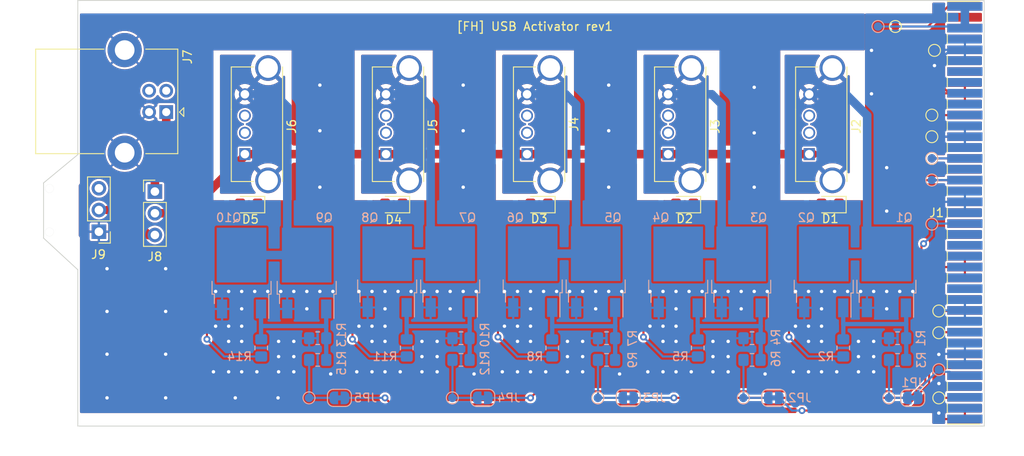
<source format=kicad_pcb>
(kicad_pcb (version 20211014) (generator pcbnew)
  (title_block (comment 4 "AISLER Project ID: PJAIBUZY"))
  (layers (0 "F.Cu" signal) (31 "B.Cu" signal) (34 "B.Paste" user) (35 "F.Paste" user) (36 "B.SilkS" user "B.Silkscreen") (37 "F.SilkS" user "F.Silkscreen") (38 "B.Mask" user) (39 "F.Mask" user) (44 "Edge.Cuts" user))
  (net 0 "")
  (net 1 "GND")
  (net 2 "Net-(D1-Pad2)")
  (net 3 "Net-(D2-Pad2)")
  (net 4 "Net-(D3-Pad2)")
  (net 5 "Net-(D5-Pad2)")
  (net 6 "/3v3")
  (net 7 "/5v")
  (net 13 "/GPIO17")
  (net 15 "/GPIO27")
  (net 16 "/GPIO22")
  (net 17 "/GPIO23")
  (net 18 "/GPIO24")
  (net 21 "/GPIO25")
  (net 27 "/GPIO5")
  (net 28 "/GPIO6")
  (net 32 "/GPIO16")
  (net 33 "/GPIO26")
  (net 36 "Net-(J2-Pad1)")
  (net 39 "Net-(J2-Pad4)")
  (net 42 "Net-(J3-Pad4)")
  (net 45 "Net-(J4-Pad4)")
  (net 48 "Net-(J5-Pad4)")
  (net 51 "Net-(J6-Pad4)")
  (net 52 "Net-(Q1-Pad1)")
  (net 53 "Net-(Q3-Pad1)")
  (net 54 "Net-(Q5-Pad1)")
  (net 55 "Net-(Q10-Pad1)")
  (net 56 "Net-(D4-Pad2)")
  (net 57 "Net-(JP1-Pad2)")
  (net 58 "Net-(JP2-Pad2)")
  (net 59 "Net-(JP3-Pad2)")
  (net 60 "Net-(JP4-Pad2)")
  (net 61 "Net-(JP5-Pad2)")
  (net 62 "Net-(Q7-Pad1)")
  (net 66 "Net-(J8-Pad1)")
  (net 67 "Net-(J9-Pad2)")
  (footprint "TestPoint:TestPoint_Pad_D1.0mm" (layer "F.Cu") (at 178.562 146.304)
    (fp_text reference "TP7" hide)
    (fp_text value "TestPoint")
  )
  (footprint "LED_SMD:LED_0805_2012Metric_Pad1.15x1.40mm_HandSolder" (layer "F.Cu") (at 131.826 123.698 180)
    (fp_text reference "D3")
    (fp_text value "LED")
  )
  (footprint "LED_SMD:LED_0805_2012Metric_Pad1.15x1.40mm_HandSolder" (layer "F.Cu") (at 148.844 123.698 180)
    (fp_text reference "D2")
    (fp_text value "LED")
  )
  (footprint "Library:USB_B_Lumberg_2411_02_Horizontal" (layer "F.Cu") (at 88.204052 112.881063 180)
    (fp_text reference "J7")
    (fp_text value "USB_B")
  )
  (footprint "Library:USB_A_Generic_Vertical" (layer "F.Cu") (at 146.974 114.535 90)
    (fp_text reference "J3")
    (fp_text value "USB_A")
  )
  (footprint "Library:USB_A_Generic_Vertical" (layer "F.Cu") (at 130.474 114.535 90)
    (fp_text reference "J4")
    (fp_text value "USB_A")
  )
  (footprint "TestPoint:TestPoint_Pad_D1.0mm" (layer "F.Cu") (at 177.745645 113.235789)
    (fp_text reference "TP2" hide)
    (fp_text value "TestPoint")
  )
  (footprint "LED_SMD:LED_0805_2012Metric_Pad1.15x1.40mm_HandSolder" (layer "F.Cu") (at 114.817 123.698 180)
    (fp_text reference "D4")
    (fp_text value "LED")
  )
  (footprint "LED_SMD:LED_0805_2012Metric_Pad1.15x1.40mm_HandSolder" (layer "F.Cu") (at 97.868433 123.698 180)
    (fp_text reference "D5")
    (fp_text value "LED")
  )
  (footprint "Library:Header_Board_Edge_2x20" (layer "F.Cu") (at 181.61 124.649641)
    (fp_text reference "J1")
    (fp_text value "Rasberry 4 pinout")
  )
  (footprint "LED_SMD:LED_0805_2012Metric_Pad1.15x1.40mm_HandSolder" (layer "F.Cu") (at 165.862 123.698 180)
    (fp_text reference "D1")
    (fp_text value "LED")
  )
  (footprint "Library:USB_A_Generic_Vertical" (layer "F.Cu") (at 163.474 114.535 90)
    (fp_text reference "J2")
    (fp_text value "USB_A")
  )
  (footprint "Connector_PinHeader_2.54mm:PinHeader_1x03_P2.54mm_Vertical" (layer "F.Cu") (at 80.3308 126.873 180)
    (fp_text reference "J9")
    (fp_text value "Barrel_Jack")
  )
  (footprint "TestPoint:TestPoint_Pad_D1.0mm" (layer "F.Cu") (at 177.745645 115.758671)
    (fp_text reference "TP3" hide)
    (fp_text value "TestPoint")
  )
  (footprint "TestPoint:TestPoint_Pad_D1.0mm" (layer "F.Cu") (at 178.054 105.664)
    (fp_text reference "TP12" hide)
    (fp_text value "TestPoint")
  )
  (footprint "Library:USB_A_Generic_Vertical" (layer "F.Cu") (at 113.974 114.535 90)
    (fp_text reference "J5")
    (fp_text value "USB_A")
  )
  (footprint "Library:USB_A_Generic_Vertical" (layer "F.Cu") (at 97.474 114.535 90)
    (fp_text reference "J6")
    (fp_text value "USB_A")
  )
  (footprint "TestPoint:TestPoint_Pad_D1.0mm" (layer "F.Cu") (at 173.482 102.87)
    (fp_text reference "TP1" hide)
    (fp_text value "TestPoint")
  )
  (footprint "Connector_PinHeader_2.54mm:PinHeader_1x03_P2.54mm_Vertical" (layer "F.Cu") (at 86.879 122.174)
    (fp_text reference "J8")
    (fp_text value "Conn_02x03_Counter_Clockwise")
  )
  (footprint "TestPoint:TestPoint_Pad_D1.0mm" (layer "F.Cu") (at 177.745645 118.306409)
    (fp_text reference "TP4" hide)
    (fp_text value "TestPoint")
  )
  (footprint "TestPoint:TestPoint_Pad_D1.0mm" (layer "F.Cu") (at 178.562 136.144)
    (fp_text reference "TP5" hide)
    (fp_text value "TestPoint")
  )
  (footprint "TestPoint:TestPoint_Pad_D1.0mm" (layer "F.Cu") (at 178.562 138.684)
    (fp_text reference "TP6" hide)
    (fp_text value "TestPoint")
  )
  (footprint "Resistor_SMD:R_0805_2012Metric_Pad1.20x1.40mm_HandSolder" (layer "B.Cu") (at 133.35 140.462 90)
    (fp_text reference "R8")
    (fp_text value "2k")
  )
  (footprint "Resistor_SMD:R_0805_2012Metric_Pad1.20x1.40mm_HandSolder" (layer "B.Cu") (at 105.918 141.865848)
    (fp_text reference "R15")
    (fp_text value "56.1")
  )
  (footprint "Resistor_SMD:R_0805_2012Metric_Pad1.20x1.40mm_HandSolder" (layer "B.Cu") (at 99.314 140.462 90)
    (fp_text reference "R14")
    (fp_text value "2k")
  )
  (footprint "Package_TO_SOT_SMD:TO-252-2" (layer "B.Cu") (at 131.065 131.537 90)
    (fp_text reference "Q6")
    (fp_text value "IPD50R3K0CE")
  )
  (footprint "Package_TO_SOT_SMD:TO-252-2" (layer "B.Cu") (at 114.045 131.537 90)
    (fp_text reference "Q8")
    (fp_text value "IPD50R3K0CE")
  )
  (footprint "Resistor_SMD:R_0805_2012Metric_Pad1.20x1.40mm_HandSolder" (layer "B.Cu") (at 167.386 140.462 90)
    (fp_text reference "R2")
    (fp_text value "2k")
  )
  (footprint "Package_TO_SOT_SMD:TO-252-2" (layer "B.Cu") (at 104.633492 131.705848 90)
    (fp_text reference "Q9")
    (fp_text value "IPD50R3K0CE")
  )
  (footprint "Resistor_SMD:R_0805_2012Metric_Pad1.20x1.40mm_HandSolder" (layer "B.Cu") (at 116.332 140.462 90)
    (fp_text reference "R11")
    (fp_text value "2k")
  )
  (footprint "TestPoint:TestPoint_Pad_D1.0mm" (layer "B.Cu") (at 138.684 146.304 180)
    (fp_text reference "TP16" hide)
    (fp_text value "TestPoint")
  )
  (footprint "Package_TO_SOT_SMD:TO-252-2" (layer "B.Cu") (at 172.431855 131.572 90)
    (fp_text reference "Q1")
    (fp_text value "IPD50R3K0CE")
  )
  (footprint "Jumper:SolderJumper-2_P1.3mm_Bridged_RoundedPad1.0x1.5mm" (layer "B.Cu") (at 108.458 146.304 180)
    (fp_text reference "JP5")
    (fp_text value "SolderJumper_2_Bridged")
  )
  (footprint "Jumper:SolderJumper-2_P1.3mm_Bridged_RoundedPad1.0x1.5mm" (layer "B.Cu") (at 142.24 146.304 180)
    (fp_text reference "JP3")
    (fp_text value "SolderJumper_2_Bridged")
  )
  (footprint "TestPoint:TestPoint_Pad_D1.0mm" (layer "B.Cu") (at 155.702 146.304 180)
    (fp_text reference "TP15" hide)
    (fp_text value "TestPoint")
  )
  (footprint "TestPoint:TestPoint_Pad_D1.0mm" (layer "B.Cu") (at 121.666 146.304 180)
    (fp_text reference "TP17" hide)
    (fp_text value "TestPoint")
  )
  (footprint "TestPoint:TestPoint_Pad_D1.0mm" (layer "B.Cu") (at 178.562 143.002 180)
    (fp_text reference "TP13" hide)
    (fp_text value "TestPoint")
  )
  (footprint "TestPoint:TestPoint_Pad_D1.0mm" (layer "B.Cu") (at 171.45 102.87 180)
    (fp_text reference "TP8" hide)
    (fp_text value "TestPoint")
  )
  (footprint "Package_TO_SOT_SMD:TO-252-2" (layer "B.Cu") (at 148.082 131.572 90)
    (fp_text reference "Q4")
    (fp_text value "IPD50R3K0CE")
  )
  (footprint "Package_TO_SOT_SMD:TO-252-2" (layer "B.Cu") (at 165.101 131.572 90)
    (fp_text reference "Q2")
    (fp_text value "IPD50R3K0CE")
  )
  (footprint "Resistor_SMD:R_0805_2012Metric_Pad1.20x1.40mm_HandSolder" (layer "B.Cu") (at 122.682 141.865848)
    (fp_text reference "R12")
    (fp_text value "56.1")
  )
  (footprint "Resistor_SMD:R_0805_2012Metric_Pad1.20x1.40mm_HandSolder" (layer "B.Cu") (at 122.682 139.325848)
    (fp_text reference "R10")
    (fp_text value "100k")
  )
  (footprint "Package_TO_SOT_SMD:TO-252-2" (layer "B.Cu") (at 155.448 131.572 90)
    (fp_text reference "Q3")
    (fp_text value "IPD50R3K0CE")
  )
  (footprint "Resistor_SMD:R_0805_2012Metric_Pad1.20x1.40mm_HandSolder" (layer "B.Cu") (at 139.7 141.865848)
    (fp_text reference "R9")
    (fp_text value "56.1")
  )
  (footprint "Jumper:SolderJumper-2_P1.3mm_Bridged_RoundedPad1.0x1.5mm" (layer "B.Cu") (at 125.222 146.304 180)
    (fp_text reference "JP4")
    (fp_text value "SolderJumper_2_Bridged")
  )
  (footprint "TestPoint:TestPoint_Pad_D1.0mm" (layer "B.Cu") (at 172.72 146.304 180)
    (fp_text reference "TP14" hide)
    (fp_text value "TestPoint")
  )
  (footprint "Package_TO_SOT_SMD:TO-252-2" (layer "B.Cu") (at 97.013492 131.705848 90)
    (fp_text reference "Q10")
    (fp_text value "IPD50R3K0CE")
  )
  (footprint "Resistor_SMD:R_0805_2012Metric_Pad1.20x1.40mm_HandSolder" (layer "B.Cu") (at 156.718 139.325848)
    (fp_text reference "R4")
    (fp_text value "100k")
  )
  (footprint "Resistor_SMD:R_0805_2012Metric_Pad1.20x1.40mm_HandSolder" (layer "B.Cu") (at 150.368 140.462 90)
    (fp_text reference "R5")
    (fp_text value "2k")
  )
  (footprint "Package_TO_SOT_SMD:TO-252-2" (layer "B.Cu") (at 121.413 131.537 90)
    (fp_text reference "Q7")
    (fp_text value "IPD50R3K0CE")
  )
  (footprint "Jumper:SolderJumper-2_P1.3mm_Bridged_RoundedPad1.0x1.5mm" (layer "B.Cu") (at 175.514 146.304 180)
    (fp_text reference "JP1")
    (fp_text value "SolderJumper_2_Bridged")
  )
  (footprint "Jumper:SolderJumper-2_P1.3mm_Bridged_RoundedPad1.0x1.5mm" (layer "B.Cu") (at 159.258 146.304 180)
    (fp_text reference "JP2")
    (fp_text value "SolderJumper_2_Bridged")
  )
  (footprint "TestPoint:TestPoint_Pad_D1.0mm" (layer "B.Cu") (at 177.745645 120.829362 180)
    (fp_text reference "TP10" hide)
    (fp_text value "TestPoint")
  )
  (footprint "Resistor_SMD:R_0805_2012Metric_Pad1.20x1.40mm_HandSolder" (layer "B.Cu") (at 173.736 141.865848)
    (fp_text reference "R3")
    (fp_text value "56.1")
  )
  (footprint "Resistor_SMD:R_0805_2012Metric_Pad1.20x1.40mm_HandSolder" (layer "B.Cu") (at 105.918 139.325848)
    (fp_text reference "R13")
    (fp_text value "100k")
  )
  (footprint "TestPoint:TestPoint_Pad_D1.0mm" (layer "B.Cu") (at 177.745645 118.294051 180)
    (fp_text reference "TP9" hide)
    (fp_text value "TestPoint")
  )
  (footprint "Resistor_SMD:R_0805_2012Metric_Pad1.20x1.40mm_HandSolder" (layer "B.Cu") (at 173.736 139.325848)
    (fp_text reference "R1")
    (fp_text value "100k")
  )
  (footprint "TestPoint:TestPoint_Pad_D1.0mm" (layer "B.Cu") (at 104.902 146.304 180)
    (fp_text reference "TP18" hide)
    (fp_text value "TestPoint")
  )
  (footprint "TestPoint:TestPoint_Pad_D1.0mm" (layer "B.Cu") (at 177.745645 125.981655 180)
    (fp_text reference "TP11" hide)
    (fp_text value "TestPoint")
  )
  (footprint "Package_TO_SOT_SMD:TO-252-2" (layer "B.Cu") (at 138.431 131.537 90)
    (fp_text reference "Q5")
    (fp_text value "IPD50R3K0CE")
  )
  (footprint "Resistor_SMD:R_0805_2012Metric_Pad1.20x1.40mm_HandSolder" (layer "B.Cu") (at 156.718 141.865848)
    (fp_text reference "R6")
    (fp_text value "56.1")
  )
  (footprint "Resistor_SMD:R_0805_2012Metric_Pad1.20x1.40mm_HandSolder" (layer "B.Cu") (at 139.7 139.325848)
    (fp_text reference "R7")
    (fp_text value "100k")
  )
  (gr_line (start 77.86 117.856) (end 73.859568 121.163207) (layer "Edge.Cuts") (width 0.1))
  (gr_circle (center 74.5396 126.8984) (end 75.0396 126.8984) (layer "Edge.Cuts") (width 0.01) (fill none))
  (gr_line (start 77.859568 131.318) (end 77.86 149.606) (layer "Edge.Cuts") (width 0.1))
  (gr_line (start 77.86 117.856) (end 77.86 99.822) (layer "Edge.Cuts") (width 0.1))
  (gr_line (start 183.86 99.822) (end 77.86 99.822) (layer "Edge.Cuts") (width 0.1))
  (gr_circle (center 74.5396 121.8184) (end 75.0396 121.8184) (layer "Edge.Cuts") (width 0.01) (fill none))
  (gr_line (start 77.859568 131.318) (end 73.859568 127.620407) (layer "Edge.Cuts") (width 0.1))
  (gr_line (start 183.878 149.606) (end 77.86 149.606) (layer "Edge.Cuts") (width 0.1))
  (gr_line (start 73.859568 121.163207) (end 73.859568 127.620407) (layer "Edge.Cuts") (width 0.1))
  (gr_line (start 183.878 149.606) (end 183.86 99.822) (layer "Edge.Cuts") (width 0.1))
  (gr_text "[FH] USB Activator rev1" (at 131.318 102.87) (layer "F.SilkS") (effects (font (size 1 1))))
  (segment (start 178.054 107.442) (end 178.054 108.966) (width 0.25) (layer "F.Cu") (net 1))
  (segment (start 178.054 108.966) (end 179.771641 110.683641) (width 0.25) (layer "F.Cu") (net 1))
  (segment (start 178.054 107.442) (end 178.054 105.664) (width 0.25) (layer "F.Cu") (net 1))
  (via (at 147.828 133.858) (size 0.8) (drill 0.4) (layers "F.Cu" "B.Cu") (net 1))
  (via (at 169.418 133.858) (size 0.8) (drill 0.4) (layers "F.Cu" "B.Cu") (net 1))
  (via (at 164.846 133.858) (size 0.8) (drill 0.4) (layers "F.Cu" "B.Cu") (net 1))
  (via (at 130.81 135.89) (size 0.8) (drill 0.4) (layers "F.Cu" "B.Cu") (net 1))
  (via (at 122.936 133.858) (size 0.8) (drill 0.4) (layers "F.Cu" "B.Cu") (net 1))
  (via (at 121.412 133.858) (size 0.8) (drill 0.4) (layers "F.Cu" "B.Cu") (net 1))
  (via (at 147.828 137.922) (size 0.8) (drill 0.4) (layers "F.Cu" "B.Cu") (net 1))
  (via (at 144.526 143.256) (size 0.8) (drill 0.4) (layers "F.Cu" "B.Cu") (net 1))
  (via (at 97.028 143.256) (size 0.8) (drill 0.4) (layers "F.Cu" "B.Cu") (net 1))
  (via (at 170.942 143.256) (size 0.8) (drill 0.4) (layers "F.Cu" "B.Cu") (net 1))
  (via (at 132.334 133.858) (size 0.8) (drill 0.4) (layers "F.Cu" "B.Cu") (net 1))
  (via (at 127.762 137.922) (size 0.8) (drill 0.4) (layers "F.Cu" "B.Cu") (net 1))
  (via (at 129.286 139.7) (size 0.8) (drill 0.4) (layers "F.Cu" "B.Cu") (net 1))
  (via (at 135.128 143.256) (size 0.8) (drill 0.4) (layers "F.Cu" "B.Cu") (net 1))
  (via (at 146.304 139.7) (size 0.8) (drill 0.4) (layers "F.Cu" "B.Cu") (net 1))
  (via (at 153.924 133.858) (size 0.8) (drill 0.4) (layers "F.Cu" "B.Cu") (net 1))
  (via (at 132.588 143.256) (size 0.8) (drill 0.4) (layers "F.Cu" "B.Cu") (net 1))
  (via (at 93.726 143.256) (size 0.8) (drill 0.4) (layers "F.Cu" "B.Cu") (net 1))
  (via (at 156.972 133.858) (size 0.8) (drill 0.4) (layers "F.Cu" "B.Cu") (net 1))
  (via (at 112.268 133.858) (size 0.8) (drill 0.4) (layers "F.Cu" "B.Cu") (net 1))
  (via (at 156.972 121.666) (size 0.8) (drill 0.4) (layers "F.Cu" "B.Cu") (net 1))
  (via (at 139.954 109.728) (size 0.8) (drill 0.4) (layers "F.Cu" "B.Cu") (net 1))
  (via (at 118.11 141.478) (size 0.8) (drill 0.4) (layers "F.Cu" "B.Cu") (net 1))
  (via (at 119.888 139.7) (size 0.8) (drill 0.4) (layers "F.Cu" "B.Cu") (net 1))
  (via (at 172.466 119.38) (size 0.8) (drill 0.4) (layers "F.Cu" "B.Cu") (net 1))
  (via (at 153.924 143.256) (size 0.8) (drill 0.4) (layers "F.Cu" "B.Cu") (net 1))
  (via (at 147.828 135.89) (size 0.8) (drill 0.4) (layers "F.Cu" "B.Cu") (net 1))
  (via (at 106.172 109.728) (size 0.8) (drill 0.4) (layers "F.Cu" "B.Cu") (net 1))
  (via (at 107.696 133.858) (size 0.8) (drill 0.4) (layers "F.Cu" "B.Cu") (net 1))
  (via (at 146.304 133.858) (size 0.8) (drill 0.4) (layers "F.Cu" "B.Cu") (net 1))
  (via (at 169.164 141.478) (size 0.8) (drill 0.4) (layers "F.Cu" "B.Cu") (net 1))
  (via (at 127.762 133.858) (size 0.8) (drill 0.4) (layers "F.Cu" "B.Cu") (net 1))
  (via (at 88.138 141.196238) (size 0.8) (drill 0.4) (layers "F.Cu" "B.Cu") (net 1))
  (via (at 172.466 135.89) (size 0.8) (drill 0.4) (layers "F.Cu" "B.Cu") (net 1))
  (via (at 81.28 141.196238) (size 0.8) (drill 0.4) (layers "F.Cu" "B.Cu") (net 1))
  (via (at 95.504 133.858) (size 0.8) (drill 0.4) (layers "F.Cu" "B.Cu") (net 1))
  (via (at 152.146 143.256) (size 0.8) (drill 0.4) (layers "F.Cu" "B.Cu") (net 1))
  (via (at 119.888 143.256) (size 0.8) (drill 0.4) (layers "F.Cu" "B.Cu") (net 1))
  (via (at 124.46 133.858) (size 0.8) (drill 0.4) (layers "F.Cu" "B.Cu") (net 1))
  (via (at 156.972 109.982) (size 0.8) (drill 0.4) (layers "F.Cu" "B.Cu") (net 1))
  (via (at 106.172 115.062) (size 0.8) (drill 0.4) (layers "F.Cu" "B.Cu") (net 1))
  (via (at 101.346 141.478) (size 0.8) (drill 0.4) (layers "F.Cu" "B.Cu") (net 1))
  (via (at 152.146 141.478) (size 0.8) (drill 0.4) (layers "F.Cu" "B.Cu") (net 1))
  (via (at 101.28 146.304) (size 0.8) (drill 0.4) (layers "F.Cu" "B.Cu") (net 1))
  (via (at 100.076 133.858) (size 0.8) (drill 0.4) (layers "F.Cu" "B.Cu") (net 1))
  (via (at 110.49 143.256) (size 0.8) (drill 0.4) (layers "F.Cu" "B.Cu") (net 1))
  (via (at 163.322 139.7) (size 0.8) (drill 0.4) (layers "F.Cu" "B.Cu") (net 1))
  (via (at 139.954 121.666) (size 0.8) (drill 0.4) (layers "F.Cu" "B.Cu") (net 1))
  (via (at 103.124 139.7) (size 0.8) (drill 0.4) (layers "F.Cu" "B.Cu") (net 1))
  (via (at 113.792 139.7) (size 0.8) (drill 0.4) (layers "F.Cu" "B.Cu") (net 1))
  (via (at 124.206 143.51) (size 0.8) (drill 0.4) (layers "F.Cu" "B.Cu") (net 1))
  (via (at 96.28 146.304) (size 0.8) (drill 0.4) (layers "F.Cu" "B.Cu") (net 1))
  (via (at 169.164 143.256) (size 0.8) (drill 0.4) (layers "F.Cu" "B.Cu") (net 1))
  (via (at 93.98 133.858) (size 0.8) (drill 0.4) (layers "F.Cu" "B.Cu") (net 1))
  (via (at 113.792 143.256) (size 0.8) (drill 0.4) (layers "F.Cu" "B.Cu") (net 1))
  (via (at 118.364 133.858) (size 0.8) (drill 0.4) (layers "F.Cu" "B.Cu") (net 1))
  (via (at 103.124 141.478) (size 0.8) (drill 0.4) (layers "F.Cu" "B.Cu") (net 1))
  (via (at 93.98 137.922) (size 0.8) (drill 0.4) (layers "F.Cu" "B.Cu") (net 1))
  (via (at 113.792 137.922) (size 0.8) (drill 0.4) (layers "F.Cu" "B.Cu") (net 1))
  (via (at 152.4 133.858) (size 0.8) (drill 0.4) (layers "F.Cu" "B.Cu") (net 1))
  (via (at 129.286 143.256) (size 0.8) (drill 0.4) (layers "F.Cu" "B.Cu") (net 1))
  (via (at 95.504 137.922) (size 0.8) (drill 0.4) (layers "F.Cu" "B.Cu") (net 1))
  (via (at 130.81 133.858) (size 0.8) (drill 0.4) (layers "F.Cu" "B.Cu") (net 1))
  (via (at 112.268 137.922) (size 0.8) (drill 0.4) (layers "F.Cu" "B.Cu") (net 1))
  (via (at 97.028 135.89) (size 0.8) (drill 0.4) (layers "F.Cu" "B.Cu") (net 1))
  (via (at 116.84 133.858) (size 0.8) (drill 0.4) (layers "F.Cu" "B.Cu") (net 1))
  (via (at 135.128 141.478) (size 0.8) (drill 0.4) (layers "F.Cu" "B.Cu") (net 1))
  (via (at 155.448 135.89) (size 0.8) (drill 0.4) (layers "F.Cu" "B.Cu") (net 1))
  (via (at 130.81 143.256) (size 0.8) (drill 0.4) (layers "F.Cu" "B.Cu") (net 1))
  (via (at 170.942 133.858) (size 0.8) (drill 0.4) (layers "F.Cu" "B.Cu") (net 1))
  (via (at 136.906 139.7) (size 0.8) (drill 0.4) (layers "F.Cu" "B.Cu") (net 1))
  (via (at 178.562 148.082) (size 0.8) (drill 0.4) (layers "F.Cu" "B.Cu") (net 1))
  (via (at 149.352 133.858) (size 0.8) (drill 0.4) (layers "F.Cu" "B.Cu") (net 1))
  (via (at 139.954 115.062) (size 0.8) (drill 0.4) (layers "F.Cu" "B.Cu") (net 1))
  (via (at 98.806 143.256) (size 0.8) (drill 0.4) (layers "F.Cu" "B.Cu") (net 1))
  (via (at 141.224 143.51) (size 0.8) (drill 0.4) (layers "F.Cu" "B.Cu") (net 1))
  (via (at 172.466 133.858) (size 0.8) (drill 0.4) (layers "F.Cu" "B.Cu") (net 1))
  (via (at 136.906 133.858) (size 0.8) (drill 0.4) (layers "F.Cu" "B.Cu") (net 1))
  (via (at 115.57 143.256) (size 0.8) (drill 0.4) (layers "F.Cu" "B.Cu") (net 1))
  (via (at 129.286 137.922) (size 0.8) (drill 0.4) (layers "F.Cu" "B.Cu") (net 1))
  (via (at 164.846 135.89) (size 0.8) (drill 0.4) (layers "F.Cu" "B.Cu") (net 1))
  (via (at 163.322 137.922) (size 0.8) (drill 0.4) (layers "F.Cu" "B.Cu") (net 1))
  (via (at 144.78 133.858) (size 0.8) (drill 0.4) (layers "F.Cu" "B.Cu") (net 1))
  (via (at 121.412 135.89) (size 0.8) (drill 0.4) (layers "F.Cu" "B.Cu") (net 1))
  (via (at 150.876 133.858) (size 0.8) (drill 0.4) (layers "F.Cu" "B.Cu") (net 1))
  (via (at 167.894 133.858) (size 0.8) (drill 0.4) (layers "F.Cu" "B.Cu") (net 1))
  (via (at 178.57363 144.627675) (size 0.8) (drill 0.4) (layers "F.Cu" "B.Cu") (net 1))
  (via (at 119.888 141.478) (size 0.8) (drill 0.4) (layers "F.Cu" "B.Cu") (net 1))
  (via (at 97.028 139.7) (size 0.8) (drill 0.4) (layers "F.Cu" "B.Cu") (net 1))
  (via (at 113.792 135.89) (size 0.8) (drill 0.4) (layers "F.Cu" "B.Cu") (net 1))
  (via (at 81.28 131.196238) (size 0.8) (drill 0.4) (layers "F.Cu" "B.Cu") (net 1))
  (via (at 104.648 133.858) (size 0.8) (drill 0.4) (layers "F.Cu" "B.Cu") (net 1))
  (via (at 135.382 133.858) (size 0.8) (drill 0.4) (layers "F.Cu" "B.Cu") (net 1))
  (via (at 122.936 115.062) (size 0.8) (drill 0.4) (layers "F.Cu" "B.Cu") (net 1))
  (via (at 149.606 143.256) (size 0.8) (drill 0.4) (layers "F.Cu" "B.Cu") (net 1))
  (via (at 152.146 139.7) (size 0.8) (drill 0.4) (layers "F.Cu" "B.Cu") (net 1))
  (via (at 158.496 133.858) (size 0.8) (drill 0.4) (layers "F.Cu" "B.Cu") (net 1))
  (via (at 155.448 133.858) (size 0.8) (drill 0.4) (layers "F.Cu" "B.Cu") (net 1))
  (via (at 161.798 133.858) (size 0.8) (drill 0.4) (layers "F.Cu" "B.Cu") (net 1))
  (via (at 170.688 105.664) (size 0.8) (drill 0.4) (layers "F.Cu" "B.Cu") (net 1))
  (via (at 172.466 124.46) (size 0.8) (drill 0.4) (layers "F.Cu" "B.Cu") (net 1))
  (via (at 133.858 133.858) (size 0.8) (drill 0.4) (layers "F.Cu" "B.Cu") (net 1))
  (via (at 178.562 141.224) (size 0.8) (drill 0.4) (layers "F.Cu" "B.Cu") (net 1))
  (via (at 178.054 107.442) (size 0.8) (drill 0.4) (layers "F.Cu" "B.Cu") (net 1))
  (via (at 104.648 135.89) (size 0.8) (drill 0.4) (layers "F.Cu" "B.Cu") (net 1))
  (via (at 138.43 135.89) (size 0.8) (drill 0.4) (layers "F.Cu" "B.Cu") (net 1))
  (via (at 163.322 133.858) (size 0.8) (drill 0.4) (layers "F.Cu" "B.Cu") (net 1))
  (via (at 95.504 139.7) (size 0.8) (drill 0.4) (layers "F.Cu" "B.Cu") (net 1))
  (via (at 161.544 143.256) (size 0.8) (drill 0.4) (layers "F.Cu" "B.Cu") (net 1))
  (via (at 158.242 143.51) (size 0.8) (drill 0.4) (layers "F.Cu" "B.Cu") (net 1))
  (via (at 106.172 121.666) (size 0.8) (drill 0.4) (layers "F.Cu" "B.Cu") (net 1))
  (via (at 95.504 143.256) (size 0.8) (drill 0.4) (layers "F.Cu" "B.Cu") (net 1))
  (via (at 115.316 133.858) (size 0.8) (drill 0.4) (layers "F.Cu" "B.Cu") (net 1))
  (via (at 98.552 133.858) (size 0.8) (drill 0.4) (layers "F.Cu" "B.Cu") (net 1))
  (via (at 88.138 146.304) (size 0.8) (drill 0.4) (layers "F.Cu" "B.Cu") (net 1))
  (via (at 103.124 143.256) (size 0.8) (drill 0.4) (layers "F.Cu" "B.Cu") (net 1))
  (via (at 101.346 143.256) (size 0.8) (drill 0.4) (layers "F.Cu" "B.Cu") (net 1))
  (via (at 161.798 137.922) (size 0.8) (drill 0.4) (layers "F.Cu" "B.Cu") (net 1))
  (via (at 139.954 133.858) (size 0.8) (drill 0.4) (layers "F.Cu" "B.Cu") (net 1))
  (via (at 130.81 137.922) (size 0.8) (drill 0.4) (layers "F.Cu" "B.Cu") (net 1))
  (via (at 156.972 115.316) (size 0.8) (drill 0.4) (layers "F.Cu" "B.Cu") (net 1))
  (via (at 136.906 143.256) (size 0.8) (drill 0.4) (layers "F.Cu" "B.Cu") (net 1))
  (via (at 88.138 136.196238) (size 0.8) (drill 0.4) (layers "F.Cu" "B.Cu") (net 1))
  (via (at 130.81 139.7) (size 0.8) (drill 0.4) (layers "F.Cu" "B.Cu") (net 1))
  (via (at 101.346 139.7) (size 0.8) (drill 0.4) (layers "F.Cu" "B.Cu") (net 1))
  (via (at 106.172 133.858) (size 0.8) (drill 0.4) (layers "F.Cu" "B.Cu") (net 1))
  (via (at 164.846 137.922) (size 0.8) (drill 0.4) (layers "F.Cu" "B.Cu") (net 1))
  (via (at 170.942 141.478) (size 0.8) (drill 0.4) (layers "F.Cu" "B.Cu") (net 1))
  (via (at 110.744 137.922) (size 0.8) (drill 0.4) (layers "F.Cu" "B.Cu") (net 1))
  (via (at 88.138 131.196238) (size 0.8) (drill 0.4) (layers "F.Cu" "B.Cu") (net 1))
  (via (at 147.828 143.256) (size 0.8) (drill 0.4) (layers "F.Cu" "B.Cu") (net 1))
  (via (at 118.11 139.7) (size 0.8) (drill 0.4) (layers "F.Cu" "B.Cu") (net 1))
  (via (at 81.28 136.196238) (size 0.8) (drill 0.4) (layers "F.Cu" "B.Cu") (net 1))
  (via (at 127.508 143.256) (size 0.8) (drill 0.4) (layers "F.Cu" "B.Cu") (net 1))
  (via (at 170.942 139.7) (size 0.8) (drill 0.4) (layers "F.Cu" "B.Cu") (net 1))
  (via (at 153.924 139.7) (size 0.8) (drill 0.4) (layers "F.Cu" "B.Cu") (net 1))
  (via (at 97.028 137.922) (size 0.8) (drill 0.4) (layers "F.Cu" "B.Cu") (net 1))
  (via (at 173.99 133.858) (size 0.8) (drill 0.4) (layers "F.Cu" "B.Cu") (net 1))
  (via (at 166.624 143.256) (size 0.8) (drill 0.4) (layers "F.Cu" "B.Cu") (net 1))
  (via (at 122.936 109.728) (size 0.8) (drill 0.4) (layers "F.Cu" "B.Cu") (net 1))
  (via (at 163.322 143.256) (size 0.8) (drill 0.4) (layers "F.Cu" "B.Cu") (net 1))
  (via (at 113.792 133.858) (size 0.8) (drill 0.4) (layers "F.Cu" "B.Cu") (net 1))
  (via (at 164.846 143.256) (size 0.8) (drill 0.4) (layers "F.Cu" "B.Cu") (net 1))
  (via (at 166.37 133.858) (size 0.8) (drill 0.4) (layers "F.Cu" "B.Cu") (net 1))
  (via (at 141.478 133.858) (size 0.8) (drill 0.4) (layers "F.Cu" "B.Cu") (net 1))
  (via (at 164.846 139.7) (size 0.8) (drill 0.4) (layers "F.Cu" "B.Cu") (net 1))
  (via (at 175.514 133.858) (size 0.8) (drill 0.4) (layers "F.Cu" "B.Cu") (net 1))
  (via (at 135.128 139.7) (size 0.8) (drill 0.4) (layers "F.Cu" "B.Cu") (net 1))
  (via (at 169.164 139.7) (size 0.8) (drill 0.4) (layers "F.Cu" "B.Cu") (net 1))
  (via (at 101.6 133.858) (size 0.8) (drill 0.4) (layers "F.Cu" "B.Cu") (net 1))
  (via (at 118.11 143.256) (size 0.8) (drill 0.4) (layers "F.Cu" "B.Cu") (net 1))
  (via (at 136.906 141.478) (size 0.8) (drill 0.4) (layers "F.Cu" "B.Cu") (net 1))
  (via (at 112.268 139.7) (size 0.8) (drill 0.4) (layers "F.Cu" "B.Cu") (net 1))
  (via (at 129.286 133.858) (size 0.8) (drill 0.4) (layers "F.Cu" "B.Cu") (net 1))
  (via (at 97.028 133.858) (size 0.8) (drill 0.4) (layers "F.Cu" "B.Cu") (net 1))
  (via (at 103.124 133.858) (size 0.8) (drill 0.4) (layers "F.Cu" "B.Cu") (net 1))
  (via (at 147.828 139.7) (size 0.8) (drill 0.4) (layers "F.Cu" "B.Cu") (net 1))
  (via (at 138.43 133.858) (size 0.8) (drill 0.4) (layers "F.Cu" "B.Cu") (net 1))
  (via (at 119.888 133.858) (size 0.8) (drill 0.4) (layers "F.Cu" "B.Cu") (net 1))
  (via (at 153.924 141.478) (size 0.8) (drill 0.4) (layers "F.Cu" "B.Cu") (net 1))
  (via (at 107.442 143.51) (size 0.8) (drill 0.4) (layers "F.Cu" "B.Cu") (net 1))
  (via (at 170.688 110.744) (size 0.8) (drill 0.4) (layers "F.Cu" "B.Cu") (net 1))
  (via (at 110.744 133.858) (size 0.8) (drill 0.4) (layers "F.Cu" "B.Cu") (net 1))
  (via (at 122.936 121.666) (size 0.8) (drill 0.4) (layers "F.Cu" "B.Cu") (net 1))
  (via (at 144.78 137.922) (size 0.8) (drill 0.4) (layers "F.Cu" "B.Cu") (net 1))
  (via (at 146.304 143.256) (size 0.8) (drill 0.4) (layers "F.Cu" "B.Cu") (net 1))
  (via (at 112.268 143.256) (size 0.8) (drill 0.4) (layers "F.Cu" "B.Cu") (net 1))
  (via (at 81.28 146.304) (size 0.8) (drill 0.4) (layers "F.Cu" "B.Cu") (net 1))
  (via (at 146.304 137.922) (size 0.8) (drill 0.4) (layers "F.Cu" "B.Cu") (net 1))
  (segment (start 178.054 107.442) (end 179.695 105.801) (width 0.25) (layer "B.Cu") (net 1))
  (segment (start 161.036 125.73) (end 163.456307 123.309693) (width 0.25) (layer "F.Cu") (net 2))
  (segment (start 161.036 139.192) (end 161.036 125.73) (width 0.25) (layer "F.Cu") (net 2))
  (segment (start 163.456307 123.309693) (end 164.837 123.309693) (width 0.25) (layer "F.Cu") (net 2))
  (via (at 161.036 139.192) (size 0.8) (drill 0.4) (layers "F.Cu" "B.Cu") (net 2))
  (segment (start 167.386 141.462) (end 163.306 141.462) (width 0.25) (layer "B.Cu") (net 2))
  (segment (start 163.306 141.462) (end 161.036 139.192) (width 0.25) (layer "B.Cu") (net 2))
  (segment (start 144.018 139.192) (end 144.018 125.73) (width 0.25) (layer "F.Cu") (net 3))
  (segment (start 146.438307 123.309693) (end 147.819 123.309693) (width 0.25) (layer "F.Cu") (net 3))
  (segment (start 144.018 125.73) (end 146.438307 123.309693) (width 0.25) (layer "F.Cu") (net 3))
  (via (at 144.018 139.192) (size 0.8) (drill 0.4) (layers "F.Cu" "B.Cu") (net 3))
  (segment (start 146.288 141.462) (end 144.018 139.192) (width 0.25) (layer "B.Cu") (net 3))
  (segment (start 150.368 141.462) (end 146.288 141.462) (width 0.25) (layer "B.Cu") (net 3))
  (segment (start 129.420307 123.309693) (end 130.801 123.309693) (width 0.25) (layer "F.Cu") (net 4))
  (segment (start 127 139.192) (end 127 125.73) (width 0.25) (layer "F.Cu") (net 4))
  (segment (start 127 125.73) (end 129.420307 123.309693) (width 0.25) (layer "F.Cu") (net 4))
  (via (at 127 139.192) (size 0.8) (drill 0.4) (layers "F.Cu" "B.Cu") (net 4))
  (segment (start 127 139.192) (end 129.286 141.478) (width 0.25) (layer "B.Cu") (net 4))
  (segment (start 129.286 141.478) (end 133.35 141.478) (width 0.25) (layer "B.Cu") (net 4))
  (segment (start 92.964 125.984) (end 95.638307 123.309693) (width 0.25) (layer "F.Cu") (net 5))
  (segment (start 92.964 139.446) (end 92.964 125.984) (width 0.25) (layer "F.Cu") (net 5))
  (segment (start 95.638307 123.309693) (end 96.843433 123.309693) (width 0.25) (layer "F.Cu") (net 5))
  (via (at 92.964 139.446) (size 0.8) (drill 0.4) (layers "F.Cu" "B.Cu") (net 5))
  (segment (start 92.964 139.446) (end 94.98 141.462) (width 0.25) (layer "B.Cu") (net 5))
  (segment (start 94.98 141.462) (end 99.314 141.462) (width 0.25) (layer "B.Cu") (net 5))
  (segment (start 179.642359 100.519641) (end 181.61 100.519641) (width 0.25) (layer "F.Cu") (net 6))
  (segment (start 177.292 102.87) (end 179.642359 100.519641) (width 0.25) (layer "F.Cu") (net 6))
  (segment (start 173.482 118.618) (end 173.482 102.87) (width 0.25) (layer "F.Cu") (net 6))
  (segment (start 173.482 102.87) (end 177.292 102.87) (width 0.25) (layer "F.Cu") (net 6))
  (segment (start 175.707641 120.843641) (end 173.482 118.618) (width 0.25) (layer "F.Cu") (net 6))
  (segment (start 181.61 120.843641) (end 175.707641 120.843641) (width 0.25) (layer "F.Cu") (net 6))
  (segment (start 181.61 103.063641) (end 181.61 100.523641) (width 1) (layer "B.Cu") (net 7))
  (segment (start 171.45 102.87) (end 180.87 102.87) (width 0.25) (layer "B.Cu") (net 7))
  (segment (start 177.745645 113.235789) (end 181.597852 113.235789) (width 0.25) (layer "F.Cu") (net 13))
  (segment (start 177.472229 115.758671) (end 181.60503 115.758671) (width 0.25) (layer "F.Cu") (net 15))
  (segment (start 177.745645 118.306409) (end 181.603232 118.306409) (width 0.25) (layer "F.Cu") (net 16))
  (segment (start 177.745645 118.294051) (end 181.60441 118.294051) (width 0.25) (layer "B.Cu") (net 17))
  (segment (start 177.745645 120.829362) (end 181.603721 120.829362) (width 0.25) (layer "B.Cu") (net 18))
  (segment (start 176.784 128.27) (end 176.53 128.524) (width 0.25) (layer "F.Cu") (net 21))
  (segment (start 175.257208 145.542) (end 131.572 145.542) (width 0.25) (layer "F.Cu") (net 21))
  (segment (start 176.53 128.524) (end 176.53 144.269208) (width 0.25) (layer "F.Cu") (net 21))
  (segment (start 176.53 144.269208) (end 175.257208 145.542) (width 0.25) (layer "F.Cu") (net 21))
  (segment (start 131.572 145.542) (end 130.81 146.304) (width 0.25) (layer "F.Cu") (net 21))
  (via (at 130.81 146.304) (size 0.8) (drill 0.4) (layers "F.Cu" "B.Cu") (net 21))
  (via (at 176.784 128.27) (size 0.8) (drill 0.4) (layers "F.Cu" "B.Cu") (net 21))
  (segment (start 130.81 146.304) (end 125.872 146.304) (width 0.25) (layer "B.Cu") (net 21))
  (segment (start 181.61 125.919641) (end 177.807659 125.919641) (width 0.25) (layer "B.Cu") (net 21))
  (segment (start 177.745645 127.308355) (end 177.745645 125.981655) (width 0.25) (layer "B.Cu") (net 21))
  (segment (start 176.784 128.27) (end 177.745645 127.308355) (width 0.25) (layer "B.Cu") (net 21))
  (segment (start 147.574 146.304) (end 175.131604 146.304) (width 0.25) (layer "F.Cu") (net 27))
  (segment (start 176.98 144.455604) (end 176.98 137.726) (width 0.25) (layer "F.Cu") (net 27))
  (segment (start 178.562 136.144) (end 181.545641 136.144) (width 0.25) (layer "F.Cu") (net 27))
  (segment (start 176.98 137.726) (end 178.562 136.144) (width 0.25) (layer "F.Cu") (net 27))
  (segment (start 175.131604 146.304) (end 176.98 144.455604) (width 0.25) (layer "F.Cu") (net 27))
  (via (at 147.574 146.304) (size 0.8) (drill 0.4) (layers "F.Cu" "B.Cu") (net 27))
  (segment (start 147.574 146.304) (end 142.89 146.304) (width 0.25) (layer "B.Cu") (net 27))
  (segment (start 175.006 147.066) (end 114.554 147.066) (width 0.25) (layer "F.Cu") (net 28))
  (segment (start 181.61 138.623641) (end 178.622359 138.623641) (width 0.25) (layer "F.Cu") (net 28))
  (segment (start 177.43 144.642) (end 175.006 147.066) (width 0.25) (layer "F.Cu") (net 28))
  (segment (start 178.562 138.684) (end 177.43 139.816) (width 0.25) (layer "F.Cu") (net 28))
  (segment (start 177.43 139.816) (end 177.43 144.642) (width 0.25) (layer "F.Cu") (net 28))
  (segment (start 114.554 147.066) (end 113.792 146.304) (width 0.25) (layer "F.Cu") (net 28))
  (via (at 113.792 146.304) (size 0.8) (drill 0.4) (layers "F.Cu" "B.Cu") (net 28))
  (segment (start 113.792 146.304) (end 109.108 146.304) (width 0.25) (layer "B.Cu") (net 28))
  (segment (start 176.164 145.4) (end 176.164 146.304) (width 0.25) (layer "B.Cu") (net 32))
  (segment (start 178.816 143.256) (end 179.832 143.256) (width 0.25) (layer "B.Cu") (net 32))
  (segment (start 178.562 143.002) (end 176.164 145.4) (width 0.25) (layer "B.Cu") (net 32))
  (segment (start 178.562 146.304) (end 181.549641 146.304) (width 0.25) (layer "F.Cu") (net 33))
  (segment (start 162.56 147.7905) (end 177.0755 147.7905) (width 0.25) (layer "F.Cu") (net 33))
  (segment (start 177.0755 147.7905) (end 178.562 146.304) (width 0.25) (layer "F.Cu") (net 33))
  (via (at 162.56 147.7905) (size 0.8) (drill 0.4) (layers "F.Cu" "B.Cu") (net 33))
  (segment (start 161.3945 147.7905) (end 159.908 146.304) (width 0.25) (layer "B.Cu") (net 33))
  (segment (start 162.56 147.7905) (end 161.3945 147.7905) (width 0.25) (layer "B.Cu") (net 33))
  (segment (start 97.592 117.8) (end 90.678 124.714) (width 1) (layer "F.Cu") (net 36))
  (segment (start 163.8715 117.8) (end 97.592 117.8) (width 1) (layer "F.Cu") (net 36))
  (segment (start 90.678 124.714) (end 86.879 124.714) (width 1) (layer "F.Cu") (net 36))
  (segment (start 172.466 129.472) (end 165.1 129.472) (width 1) (layer "B.Cu") (net 39))
  (segment (start 170.18 113.284) (end 170.18 127.186) (width 1) (layer "B.Cu") (net 39))
  (segment (start 163.403 110.8) (end 167.696 110.8) (width 1) (layer "B.Cu") (net 39))
  (segment (start 167.696 110.8) (end 170.18 113.284) (width 1) (layer "B.Cu") (net 39))
  (segment (start 153.162 127.186) (end 153.162 111.9505) (width 1) (layer "B.Cu") (net 42))
  (segment (start 153.162 111.9505) (end 152.0115 110.8) (width 1) (layer "B.Cu") (net 42))
  (segment (start 148.082 129.472) (end 155.448 129.472) (width 1) (layer "B.Cu") (net 42))
  (segment (start 152.0115 110.8) (end 146.903 110.8) (width 1) (layer "B.Cu") (net 42))
  (segment (start 134.93 110.8) (end 130.403 110.8) (width 1) (layer "B.Cu") (net 45))
  (segment (start 131.065 129.437) (end 138.431 129.437) (width 1) (layer "B.Cu") (net 45))
  (segment (start 136.144 112.014) (end 134.93 110.8) (width 1) (layer "B.Cu") (net 45))
  (segment (start 136.144 127.15) (end 136.144 112.014) (width 1) (layer "B.Cu") (net 45))
  (segment (start 117.658 110.8) (end 113.903 110.8) (width 1) (layer "B.Cu") (net 48))
  (segment (start 119.126 112.268) (end 117.658 110.8) (width 1) (layer "B.Cu") (net 48))
  (segment (start 119.126 127.15) (end 119.126 112.268) (width 1) (layer "B.Cu") (net 48))
  (segment (start 114.045 129.437) (end 121.413 129.437) (width 1) (layer "B.Cu") (net 48))
  (segment (start 97.403 110.8) (end 100.894 110.8) (width 1) (layer "B.Cu") (net 51))
  (segment (start 102.362 112.268) (end 102.362 127.334356) (width 1) (layer "B.Cu") (net 51))
  (segment (start 97.013492 129.605848) (end 104.633492 129.605848) (width 1) (layer "B.Cu") (net 51))
  (segment (start 100.894 110.8) (end 102.362 112.268) (width 1) (layer "B.Cu") (net 51))
  (segment (start 174.746 135.772) (end 174.746 137.674) (width 0.5) (layer "B.Cu") (net 52))
  (segment (start 174.746 137.674) (end 167.392 137.674) (width 0.5) (layer "B.Cu") (net 52))
  (segment (start 167.38 137.662) (end 167.38 135.772) (width 0.5) (layer "B.Cu") (net 52))
  (segment (start 167.392 137.674) (end 167.392 139.456) (width 0.5) (layer "B.Cu") (net 52))
  (segment (start 174.746 137.674) (end 174.746 141.855848) (width 0.5) (layer "B.Cu") (net 52))
  (segment (start 167.392 137.674) (end 167.38 137.662) (width 0.5) (layer "B.Cu") (net 52))
  (segment (start 157.728 135.772) (end 157.728 137.916) (width 0.5) (layer "B.Cu") (net 53))
  (segment (start 150.362 137.916) (end 150.362 135.772) (width 0.5) (layer "B.Cu") (net 53))
  (segment (start 150.368 137.922) (end 150.368 139.462) (width 0.5) (layer "B.Cu") (net 53))
  (segment (start 157.728 137.916) (end 157.728 141.855848) (width 0.5) (layer "B.Cu") (net 53))
  (segment (start 150.374 137.916) (end 150.368 137.922) (width 0.5) (layer "B.Cu") (net 53))
  (segment (start 157.728 137.916) (end 150.374 137.916) (width 0.5) (layer "B.Cu") (net 53))
  (segment (start 150.368 137.922) (end 150.362 137.916) (width 0.5) (layer "B.Cu") (net 53))
  (segment (start 140.701 137.927) (end 140.711 137.917) (width 0.5) (layer "B.Cu") (net 54))
  (segment (start 140.711 141.721) (end 140.711 137.917) (width 0.5) (layer "B.Cu") (net 54))
  (segment (start 133.345 137.927) (end 140.701 137.927) (width 0.5) (layer "B.Cu") (net 54))
  (segment (start 133.345 135.737) (end 133.345 137.927) (width 0.5) (layer "B.Cu") (net 54))
  (segment (start 133.345 137.927) (end 133.345 139.457) (width 0.5) (layer "B.Cu") (net 54))
  (segment (start 140.711 137.917) (end 140.711 135.737) (width 0.5) (layer "B.Cu") (net 54))
  (segment (start 106.913492 137.901492) (end 106.913492 141.86134) (width 0.5) (layer "B.Cu") (net 55))
  (segment (start 106.913492 137.901492) (end 99.314 137.901492) (width 0.5) (layer "B.Cu") (net 55))
  (segment (start 106.913492 135.905848) (end 106.913492 137.901492) (width 0.5) (layer "B.Cu") (net 55))
  (segment (start 99.293492 139.441492) (end 99.293492 135.905848) (width 0.5) (layer "B.Cu") (net 55))
  (segment (start 112.402307 123.309693) (end 113.672307 123.309693) (width 0.25) (layer "F.Cu") (net 56))
  (segment (start 109.982 125.73) (end 112.402307 123.309693) (width 0.25) (layer "F.Cu") (net 56))
  (segment (start 109.982 139.446) (end 109.982 125.73) (width 0.25) (layer "F.Cu") (net 56))
  (via (at 109.982 139.446) (size 0.8) (drill 0.4) (layers "F.Cu" "B.Cu") (net 56))
  (segment (start 111.998 141.462) (end 116.332 141.462) (width 0.25) (layer "B.Cu") (net 56))
  (segment (start 109.982 139.446) (end 111.998 141.462) (width 0.25) (layer "B.Cu") (net 56))
  (segment (start 172.72 146.304) (end 174.864 146.304) (width 0.25) (layer "B.Cu") (net 57))
  (segment (start 172.736 141.865848) (end 172.736 146.288) (width 0.25) (layer "B.Cu") (net 57))
  (segment (start 155.718 141.865848) (end 155.718 146.288) (width 0.25) (layer "B.Cu") (net 58))
  (segment (start 155.702 146.304) (end 158.608 146.304) (width 0.25) (layer "B.Cu") (net 58))
  (segment (start 138.684 146.304) (end 141.59 146.304) (width 0.25) (layer "B.Cu") (net 59))
  (segment (start 138.7 141.865848) (end 138.7 146.288) (width 0.25) (layer "B.Cu") (net 59))
  (segment (start 121.666 146.304) (end 124.572 146.304) (width 0.25) (layer "B.Cu") (net 60))
  (segment (start 121.682 141.865848) (end 121.682 146.288) (width 0.25) (layer "B.Cu") (net 60))
  (segment (start 104.902 146.304) (end 107.808 146.304) (width 0.25) (layer "B.Cu") (net 61))
  (segment (start 104.918 141.865848) (end 104.918 146.288) (width 0.25) (layer "B.Cu") (net 61))
  (segment (start 116.337 137.917) (end 116.332 137.922) (width 0.5) (layer "B.Cu") (net 62))
  (segment (start 123.693 137.917) (end 116.337 137.917) (width 0.5) (layer "B.Cu") (net 62))
  (segment (start 123.693 135.737) (end 123.693 137.917) (width 0.5) (layer "B.Cu") (net 62))
  (segment (start 116.325 139.455) (end 116.325 135.737) (width 0.5) (layer "B.Cu") (net 62))
  (segment (start 123.693 137.917) (end 123.693 141.854848) (width 0.5) (layer "B.Cu") (net 62))
  (segment (start 88.204052 112.881063) (end 88.204052 118.043948) (width 1) (layer "F.Cu") (net 66))
  (segment (start 88.204052 118.043948) (end 86.879 119.369) (width 1) (layer "F.Cu") (net 66))
  (segment (start 86.879 119.369) (end 86.879 122.174) (width 1) (layer "F.Cu") (net 66))
  (segment (start 83.185 124.333) (end 81.3308 124.333) (width 1) (layer "F.Cu") (net 67))
  (segment (start 86.879 127.254) (end 86.106 127.254) (width 1) (layer "F.Cu") (net 67))
  (segment (start 86.106 127.254) (end 83.185 124.333) (width 1) (layer "F.Cu") (net 67))
  (zone (net 1) (net_name "GND") (layers F&B.Cu) (name "no_GND") (connect_pads (clearance 0.5)) (min_thickness 0.5) (fill yes (thermal_gap 0.508) (thermal_bridge_width 0.508) (island_removal_mode 2) (island_area_min 0))
    (polygon (pts (xy 160.02 123.444) (xy 152.908 123.444) (xy 152.908 105.41) (xy 160.02 105.41)))
  )
  (zone (net 48) (net_name "Net-(J5-Pad4)") (layers F&B.Cu) (name "support") (connect_pads (clearance 0)) (min_thickness 0.254) (fill yes (thermal_gap 0.508) (thermal_bridge_width 0.508))
    (polygon (pts (xy 118.618 122.428) (xy 110.998 122.428) (xy 110.998 106.172) (xy 118.618 106.172)))
  )
  (zone (net 1) (net_name "GND") (layers F&B.Cu) (name "GND_in") (connect_pads (clearance 0.254)) (min_thickness 0.254) (fill yes (thermal_gap 0.245) (thermal_bridge_width 0.254))
    (polygon (pts (xy 183.896 137.16) (xy 183.896 149.606) (xy 177.8 149.606) (xy 177.8 148.082) (xy 91.694 148.082) (xy 77.978 148.082) (xy 77.978 101.346) (xy 169.911166 101.346) (xy 169.911166 105.664) (xy 158.75 105.664) (xy 93.726 105.664) (xy 93.726 123.19) (xy 169.926 123.19) (xy 169.926 106.68) (xy 169.926 101.346) (xy 177.8 101.346) (xy 177.8 99.822) (xy 183.896 99.822) (xy 183.896 125.476)))
  )
  (zone (net 1) (net_name "GND") (layers F&B.Cu) (name "no_GND") (connect_pads (clearance 0.5)) (min_thickness 0.5) (fill yes (thermal_gap 0.508) (thermal_bridge_width 0.508) (island_removal_mode 2) (island_area_min 0))
    (polygon (pts (xy 143.256 123.444) (xy 135.89 123.444) (xy 135.89 105.41) (xy 143.256 105.41)))
  )
  (zone (net 39) (net_name "Net-(J2-Pad4)") (layers F&B.Cu) (name "support") (connect_pads (clearance 0)) (min_thickness 0.254) (fill yes (thermal_gap 0.508) (thermal_bridge_width 0.508))
    (polygon (pts (xy 168.148 122.428) (xy 160.528 122.428) (xy 160.528 106.172) (xy 168.148 106.172)))
  )
  (zone (net 51) (net_name "Net-(J6-Pad4)") (layers F&B.Cu) (name "support") (connect_pads (clearance 0)) (min_thickness 0.254) (fill yes (thermal_gap 0.508) (thermal_bridge_width 0.508))
    (polygon (pts (xy 102.108 122.428) (xy 94.488 122.428) (xy 94.488 106.172) (xy 102.108 106.172)))
  )
  (zone (net 45) (net_name "Net-(J4-Pad4)") (layers F&B.Cu) (name "support") (connect_pads (clearance 0)) (min_thickness 0.254) (fill yes (thermal_gap 0.508) (thermal_bridge_width 0.508))
    (polygon (pts (xy 135.128 122.428) (xy 127.508 122.428) (xy 127.508 106.172) (xy 135.128 106.172)))
  )
  (zone (net 42) (net_name "Net-(J3-Pad4)") (layers F&B.Cu) (name "support") (connect_pads (clearance 0)) (min_thickness 0.254) (fill yes (thermal_gap 0.508) (thermal_bridge_width 0.508))
    (polygon (pts (xy 151.638 122.428) (xy 144.018 122.428) (xy 144.018 106.172) (xy 151.638 106.172)))
  )
  (zone (net 1) (net_name "GND") (layers F&B.Cu) (name "no_GND") (connect_pads (clearance 0.5)) (min_thickness 0.5) (fill yes (thermal_gap 0.508) (thermal_bridge_width 0.508) (island_removal_mode 2) (island_area_min 0))
    (polygon (pts (xy 110.236 123.444) (xy 102.87 123.444) (xy 102.87 105.41) (xy 110.236 105.41)))
  )
  (zone (net 1) (net_name "GND") (layers F&B.Cu) (name "no_GND") (connect_pads (clearance 0.5)) (min_thickness 0.5) (fill yes (thermal_gap 0.508) (thermal_bridge_width 0.508) (island_removal_mode 2) (island_area_min 0))
    (polygon (pts (xy 126.746 123.444) (xy 119.38 123.444) (xy 119.38 105.41) (xy 126.746 105.41)))
  )
)
</source>
